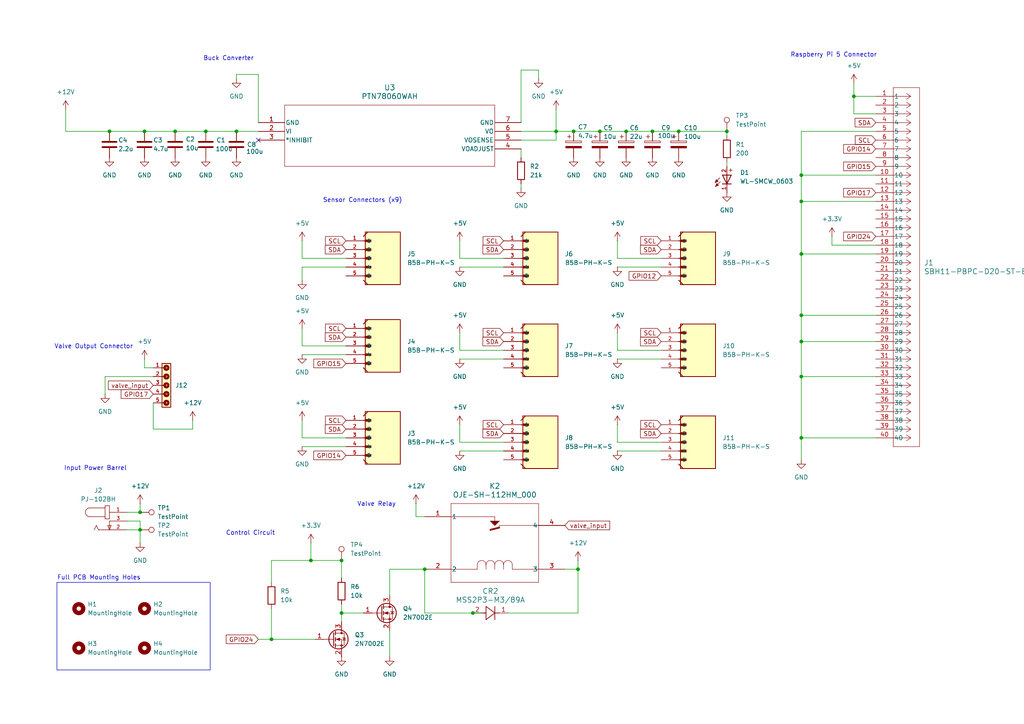
<source format=kicad_sch>
(kicad_sch (version 20231120) (generator "eeschema") (generator_version "8.0")
  (paper "A4")
  (lib_symbols
    (symbol "Connector:TestPoint" (pin_numbers hide) (pin_names (offset 0.762) hide)
      (property "Reference" "TP" (at 0 6.858 0))
      (property "Value" "TestPoint" (at 0 5.08 0))
      (symbol "TestPoint_1_1"
        (pin passive line (at 0 0 90) (length 2.54) (name "1") (number "1"))
      )
    )
    (symbol "Device:C" (pin_numbers hide) (pin_names (offset 0.254))
      (property "Reference" "C" (at 0.635 2.54 0))
      (property "Value" "C" (at 0.635 -2.54 0))
      (symbol "C_1_1"
        (pin passive line (at 0 3.81 270) (length 2.794) (name "~") (number "1"))
        (pin passive line (at 0 -3.81 90) (length 2.794) (name "~") (number "2"))
      )
    )
    (symbol "Device:C_Polarized" (pin_numbers hide) (pin_names (offset 0.254))
      (property "Reference" "C" (at 0.635 2.54 0))
      (property "Value" "C_Polarized" (at 0.635 -2.54 0))
      (symbol "C_Polarized_1_1"
        (pin passive line (at 0 3.81 270) (length 2.794) (name "~") (number "1"))
        (pin passive line (at 0 -3.81 90) (length 2.794) (name "~") (number "2"))
      )
    )
    (symbol "Device:R" (pin_numbers hide) (pin_names (offset 0))
      (property "Reference" "R" (at 2.032 0 90))
      (property "Value" "R" (at 0 0 90))
      (symbol "R_1_1"
        (pin passive line (at 0 3.81 270) (length 1.27) (name "~") (number "1"))
        (pin passive line (at 0 -3.81 90) (length 1.27) (name "~") (number "2"))
      )
    )
    (symbol "Mechanical:MountingHole" (pin_names (offset 1.016)) (exclude_from_sim yes) (in_bom no)
      (property "Reference" "H" (at 0 5.08 0))
      (property "Value" "MountingHole" (at 0 3.175 0))
    )
    (symbol "Transistor_FET:2N7002E" (pin_names hide)
      (property "Reference" "Q" (at 5.08 1.905 0))
      (property "Value" "2N7002E" (at 5.08 0 0))
      (symbol "2N7002E_1_1"
        (pin input line (at -5.08 0 0) (length 2.54) (name "G") (number "1"))
        (pin passive line (at 2.54 -5.08 90) (length 2.54) (name "S") (number "2"))
        (pin passive line (at 2.54 5.08 270) (length 2.54) (name "D") (number "3"))
      )
    )
    (symbol "lysimeter_symbols:6130XX11121_61300511121" (pin_names (offset 1.016))
      (property "Reference" "J" (at -7.62 -1.778 0))
      (symbol "6130XX11121_61300511121_0_0"
        (pin passive line (at -5.08 -5.08 90) (length 2.54) (name "~") (number "1"))
        (pin passive line (at -2.54 -5.08 90) (length 2.54) (name "~") (number "2"))
        (pin passive line (at 0 -5.08 90) (length 2.54) (name "~") (number "3"))
        (pin passive line (at 2.54 -5.08 90) (length 2.54) (name "~") (number "4"))
        (pin passive line (at 5.08 -5.08 90) (length 2.54) (name "~") (number "5"))
      )
    )
    (symbol "lysimeter_symbols:B5B-PH-K-S" (pin_names (offset 1.016))
      (property "Reference" "J" (at -5.58 7.62 0))
      (property "Value" "B5B-PH-K-S" (at -5.08 -10.16 0))
      (symbol "B5B-PH-K-S_0_0"
        (pin passive line (at -10.16 5.08 0) (length 5.08) (name "1") (number "1"))
        (pin passive line (at -10.16 2.54 0) (length 5.08) (name "2") (number "2"))
        (pin passive line (at -10.16 0 0) (length 5.08) (name "3") (number "3"))
        (pin passive line (at -10.16 -2.54 0) (length 5.08) (name "4") (number "4"))
        (pin passive line (at -10.16 -5.08 0) (length 5.08) (name "5") (number "5"))
      )
    )
    (symbol "lysimeter_symbols:MSS2P3-M3_89A" (pin_names (offset 0.254))
      (property "Reference" "CR" (at 5.08 4.445 0))
      (property "Value" "MSS2P3-M3/89A" (at 5.08 -3.81 0))
      (symbol "MSS2P3-M3_89A_1_1"
        (pin unspecified line (at 10.16 0 180) (length 2.54) (name "") (number "1"))
        (pin unspecified line (at 0 0 0) (length 2.54) (name "") (number "2"))
      )
      (symbol "MSS2P3-M3_89A_1_2"
        (pin unspecified line (at 0 10.16 270) (length 2.54) (name "") (number "1"))
        (pin unspecified line (at 0 0 90) (length 2.54) (name "") (number "2"))
      )
    )
    (symbol "lysimeter_symbols:OJE-SH-112HM_000" (pin_names (offset 0.254))
      (property "Reference" "K" (at 20.32 8.89 0))
      (property "Value" "OJE-SH-112HM_000" (at 20.32 6.35 0))
      (symbol "OJE-SH-112HM_000_0_1"
        (pin unspecified line (at 0 0 0) (length 7.62) (name "1") (number "1"))
        (pin unspecified line (at 0 -15.24 0) (length 7.62) (name "2") (number "2"))
        (pin unspecified line (at 40.64 -15.24 180) (length 7.62) (name "3") (number "3"))
        (pin unspecified line (at 40.64 -2.54 180) (length 7.62) (name "4") (number "4"))
      )
    )
    (symbol "lysimeter_symbols:PJ-102BH" (pin_names (offset 1.016) hide)
      (property "Reference" "J" (at -7.62 5.08 0))
      (property "Value" "PJ-102BH" (at -7.62 -5.08 0))
      (symbol "PJ-102BH_0_0"
        (pin passive line (at 5.08 2.54 180) (length 5.08) (name "~") (number "1"))
        (pin passive line (at 5.08 -2.54 180) (length 5.08) (name "~") (number "2"))
        (pin passive line (at 5.08 0 180) (length 5.08) (name "~") (number "3"))
      )
    )
    (symbol "lysimeter_symbols:PTN78060WAH" (pin_names (offset 0.254))
      (property "Reference" "U" (at 38.1 10.16 0))
      (property "Value" "PTN78060WAH" (at 38.1 7.62 0))
      (symbol "PTN78060WAH_0_1"
        (pin power_in line (at 0 0 0) (length 7.62) (name "GND") (number "1"))
        (pin input line (at 0 -5.08 0) (length 7.62) (name "*INHIBIT") (number "3"))
        (pin input line (at 76.2 -7.62 180) (length 7.62) (name "VOADJUST") (number "4"))
        (pin input line (at 76.2 -5.08 180) (length 7.62) (name "VOSENSE") (number "5"))
        (pin output line (at 76.2 -2.54 180) (length 7.62) (name "VO") (number "6"))
        (pin power_in line (at 76.2 0 180) (length 7.62) (name "GND") (number "7"))
      )
      (symbol "PTN78060WAH_1_1"
        (pin power_in line (at 0 -2.54 0) (length 7.62) (name "VI") (number "2"))
      )
    )
    (symbol "lysimeter_symbols:SBH11-PBPC-D20-ST-BK" (pin_names (offset 0.254))
      (property "Reference" "J" (at 8.89 6.35 0))
      (property "Value" "SBH11-PBPC-D20-ST-BK" (at 0 0 0))
      (symbol "SBH11-PBPC-D20-ST-BK_1_1"
        (pin unspecified line (at 0 0 0) (length 5.08) (name "1") (number "1"))
        (pin unspecified line (at 0 -22.86 0) (length 5.08) (name "10") (number "10"))
        (pin unspecified line (at 0 -25.4 0) (length 5.08) (name "11") (number "11"))
        (pin unspecified line (at 0 -27.94 0) (length 5.08) (name "12") (number "12"))
        (pin unspecified line (at 0 -30.48 0) (length 5.08) (name "13") (number "13"))
        (pin unspecified line (at 0 -33.02 0) (length 5.08) (name "14") (number "14"))
        (pin unspecified line (at 0 -35.56 0) (length 5.08) (name "15") (number "15"))
        (pin unspecified line (at 0 -38.1 0) (length 5.08) (name "16") (number "16"))
        (pin unspecified line (at 0 -40.64 0) (length 5.08) (name "17") (number "17"))
        (pin unspecified line (at 0 -43.18 0) (length 5.08) (name "18") (number "18"))
        (pin unspecified line (at 0 -45.72 0) (length 5.08) (name "19") (number "19"))
        (pin unspecified line (at 0 -2.54 0) (length 5.08) (name "2") (number "2"))
        (pin unspecified line (at 0 -48.26 0) (length 5.08) (name "20") (number "20"))
        (pin unspecified line (at 0 -50.8 0) (length 5.08) (name "21") (number "21"))
        (pin unspecified line (at 0 -53.34 0) (length 5.08) (name "22") (number "22"))
        (pin unspecified line (at 0 -55.88 0) (length 5.08) (name "23") (number "23"))
        (pin unspecified line (at 0 -58.42 0) (length 5.08) (name "24") (number "24"))
        (pin unspecified line (at 0 -60.96 0) (length 5.08) (name "25") (number "25"))
        (pin unspecified line (at 0 -63.5 0) (length 5.08) (name "26") (number "26"))
        (pin unspecified line (at 0 -66.04 0) (length 5.08) (name "27") (number "27"))
        (pin unspecified line (at 0 -68.58 0) (length 5.08) (name "28") (number "28"))
        (pin unspecified line (at 0 -71.12 0) (length 5.08) (name "29") (number "29"))
        (pin unspecified line (at 0 -5.08 0) (length 5.08) (name "3") (number "3"))
        (pin unspecified line (at 0 -73.66 0) (length 5.08) (name "30") (number "30"))
        (pin unspecified line (at 0 -76.2 0) (length 5.08) (name "31") (number "31"))
        (pin unspecified line (at 0 -78.74 0) (length 5.08) (name "32") (number "32"))
        (pin unspecified line (at 0 -81.28 0) (length 5.08) (name "33") (number "33"))
        (pin unspecified line (at 0 -83.82 0) (length 5.08) (name "34") (number "34"))
        (pin unspecified line (at 0 -86.36 0) (length 5.08) (name "35") (number "35"))
        (pin unspecified line (at 0 -88.9 0) (length 5.08) (name "36") (number "36"))
        (pin unspecified line (at 0 -91.44 0) (length 5.08) (name "37") (number "37"))
        (pin unspecified line (at 0 -93.98 0) (length 5.08) (name "38") (number "38"))
        (pin unspecified line (at 0 -96.52 0) (length 5.08) (name "39") (number "39"))
        (pin unspecified line (at 0 -7.62 0) (length 5.08) (name "4") (number "4"))
        (pin unspecified line (at 0 -99.06 0) (length 5.08) (name "40") (number "40"))
        (pin unspecified line (at 0 -10.16 0) (length 5.08) (name "5") (number "5"))
        (pin unspecified line (at 0 -12.7 0) (length 5.08) (name "6") (number "6"))
        (pin unspecified line (at 0 -15.24 0) (length 5.08) (name "7") (number "7"))
        (pin unspecified line (at 0 -17.78 0) (length 5.08) (name "8") (number "8"))
        (pin unspecified line (at 0 -20.32 0) (length 5.08) (name "9") (number "9"))
      )
      (symbol "SBH11-PBPC-D20-ST-BK_1_2"
        (pin unspecified line (at 0 0 0) (length 5.08) (name "1") (number "1"))
        (pin unspecified line (at 0 -22.86 0) (length 5.08) (name "10") (number "10"))
        (pin unspecified line (at 0 -25.4 0) (length 5.08) (name "11") (number "11"))
        (pin unspecified line (at 0 -27.94 0) (length 5.08) (name "12") (number "12"))
        (pin unspecified line (at 0 -30.48 0) (length 5.08) (name "13") (number "13"))
        (pin unspecified line (at 0 -33.02 0) (length 5.08) (name "14") (number "14"))
        (pin unspecified line (at 0 -35.56 0) (length 5.08) (name "15") (number "15"))
        (pin unspecified line (at 0 -38.1 0) (length 5.08) (name "16") (number "16"))
        (pin unspecified line (at 0 -40.64 0) (length 5.08) (name "17") (number "17"))
        (pin unspecified line (at 0 -43.18 0) (length 5.08) (name "18") (number "18"))
        (pin unspecified line (at 0 -45.72 0) (length 5.08) (name "19") (number "19"))
        (pin unspecified line (at 0 -2.54 0) (length 5.08) (name "2") (number "2"))
        (pin unspecified line (at 0 -48.26 0) (length 5.08) (name "20") (number "20"))
        (pin unspecified line (at 0 -50.8 0) (length 5.08) (name "21") (number "21"))
        (pin unspecified line (at 0 -53.34 0) (length 5.08) (name "22") (number "22"))
        (pin unspecified line (at 0 -55.88 0) (length 5.08) (name "23") (number "23"))
        (pin unspecified line (at 0 -58.42 0) (length 5.08) (name "24") (number "24"))
        (pin unspecified line (at 0 -60.96 0) (length 5.08) (name "25") (number "25"))
        (pin unspecified line (at 0 -63.5 0) (length 5.08) (name "26") (number "26"))
        (pin unspecified line (at 0 -66.04 0) (length 5.08) (name "27") (number "27"))
        (pin unspecified line (at 0 -68.58 0) (length 5.08) (name "28") (number "28"))
        (pin unspecified line (at 0 -71.12 0) (length 5.08) (name "29") (number "29"))
        (pin unspecified line (at 0 -5.08 0) (length 5.08) (name "3") (number "3"))
        (pin unspecified line (at 0 -73.66 0) (length 5.08) (name "30") (number "30"))
        (pin unspecified line (at 0 -76.2 0) (length 5.08) (name "31") (number "31"))
        (pin unspecified line (at 0 -78.74 0) (length 5.08) (name "32") (number "32"))
        (pin unspecified line (at 0 -81.28 0) (length 5.08) (name "33") (number "33"))
        (pin unspecified line (at 0 -83.82 0) (length 5.08) (name "34") (number "34"))
        (pin unspecified line (at 0 -86.36 0) (length 5.08) (name "35") (number "35"))
        (pin unspecified line (at 0 -88.9 0) (length 5.08) (name "36") (number "36"))
        (pin unspecified line (at 0 -91.44 0) (length 5.08) (name "37") (number "37"))
        (pin unspecified line (at 0 -93.98 0) (length 5.08) (name "38") (number "38"))
        (pin unspecified line (at 0 -96.52 0) (length 5.08) (name "39") (number "39"))
        (pin unspecified line (at 0 -7.62 0) (length 5.08) (name "4") (number "4"))
        (pin unspecified line (at 0 -99.06 0) (length 5.08) (name "40") (number "40"))
        (pin unspecified line (at 0 -10.16 0) (length 5.08) (name "5") (number "5"))
        (pin unspecified line (at 0 -12.7 0) (length 5.08) (name "6") (number "6"))
        (pin unspecified line (at 0 -15.24 0) (length 5.08) (name "7") (number "7"))
        (pin unspecified line (at 0 -17.78 0) (length 5.08) (name "8") (number "8"))
        (pin unspecified line (at 0 -20.32 0) (length 5.08) (name "9") (number "9"))
      )
    )
    (symbol "lysimeter_symbols:WL-SMCW_0603" (pin_names (offset 1.016))
      (property "Reference" "D" (at -1.988 3.972 0))
      (property "Value" "WL-SMCW_0603" (at -2.628 -3.928 0))
      (symbol "WL-SMCW_0603_0_0"
        (text "+" (at 3.08 -1.74 0) (effects (font (size 1.27 1.27)) (justify left bottom)))
        (pin passive line (at -2.54 0 0) (length 2.54) (name "~") (number "1"))
        (pin passive line (at 5.08 0 180) (length 2.54) (name "~") (number "2"))
      )
    )
    (symbol "power:+12V" (power) (pin_numbers hide) (pin_names (offset 0) hide)
      (property "Value" "+12V" (at 0 3.556 0))
      (symbol "+12V_1_1"
        (pin power_in line (at 0 0 90) (length 0) (name "~") (number "1"))
      )
    )
    (symbol "power:+3.3V" (power) (pin_numbers hide) (pin_names (offset 0) hide)
      (property "Value" "+3.3V" (at 0 3.556 0))
      (symbol "+3.3V_1_1"
        (pin power_in line (at 0 0 90) (length 0) (name "~") (number "1"))
      )
    )
    (symbol "power:+5V" (power) (pin_numbers hide) (pin_names (offset 0) hide)
      (property "Value" "+5V" (at 0 3.556 0))
      (symbol "+5V_1_1"
        (pin power_in line (at 0 0 90) (length 0) (name "~") (number "1"))
      )
    )
    (symbol "power:GND" (power) (pin_numbers hide) (pin_names (offset 0) hide)
      (property "Value" "GND" (at 0 -3.81 0))
      (symbol "GND_1_1"
        (pin power_in line (at 0 0 270) (length 0) (name "~") (number "1"))
      )
    )
  )
  (junction (at 161.29 38.1))
  (junction (at 232.41 73.66))
  (junction (at 167.64 165.1))
  (junction (at 59.69 38.1))
  (junction (at 181.61 38.1))
  (junction (at 40.64 153.67))
  (junction (at 99.06 162.56))
  (junction (at 232.41 50.8))
  (junction (at 173.99 38.1))
  (junction (at 31.75 38.1))
  (junction (at 232.41 58.42))
  (junction (at 78.74 185.42))
  (junction (at 232.41 99.06))
  (junction (at 99.06 177.8))
  (junction (at 50.8 38.1))
  (junction (at 196.85 38.1))
  (junction (at 166.37 38.1))
  (junction (at 232.41 109.22))
  (junction (at 210.82 38.1))
  (junction (at 90.17 162.56))
  (junction (at 247.65 27.94))
  (junction (at 189.23 38.1))
  (junction (at 232.41 91.44))
  (junction (at 137.16 177.8))
  (junction (at 232.41 127))
  (junction (at 40.64 148.59))
  (junction (at 41.91 38.1))
  (junction (at 68.58 38.1))
  (junction (at 123.19 165.1))
  (no_connect (at 74.93 40.64))
  (wire (pts (xy 147.32 177.8) (xy 167.64 177.8)))
  (wire (pts (xy 36.83 151.13) (xy 40.64 151.13)))
  (wire (pts (xy 19.05 31.75) (xy 19.05 38.1)))
  (wire (pts (xy 41.91 38.1) (xy 50.8 38.1)))
  (wire (pts (xy 78.74 185.42) (xy 91.44 185.42)))
  (wire (pts (xy 191.77 74.93) (xy 179.07 74.93)))
  (wire (pts (xy 19.05 38.1) (xy 31.75 38.1)))
  (wire (pts (xy 30.48 109.22) (xy 30.48 114.3)))
  (wire (pts (xy 87.63 69.85) (xy 87.63 74.93)))
  (wire (pts (xy 254 127) (xy 232.41 127)))
  (wire (pts (xy 74.93 185.42) (xy 78.74 185.42)))
  (wire (pts (xy 151.13 38.1) (xy 161.29 38.1)))
  (wire (pts (xy 161.29 31.75) (xy 161.29 38.1)))
  (wire (pts (xy 113.03 165.1) (xy 123.19 165.1)))
  (wire (pts (xy 151.13 45.72) (xy 151.13 43.18)))
  (wire (pts (xy 78.74 162.56) (xy 90.17 162.56)))
  (wire (pts (xy 87.63 95.25) (xy 87.63 100.33)))
  (wire (pts (xy 232.41 73.66) (xy 254 73.66)))
  (wire (pts (xy 40.64 146.05) (xy 40.64 148.59)))
  (wire (pts (xy 151.13 20.32) (xy 156.21 20.32)))
  (wire (pts (xy 179.07 69.85) (xy 179.07 74.93)))
  (wire (pts (xy 87.63 77.47) (xy 87.63 81.28)))
  (wire (pts (xy 191.77 77.47) (xy 179.07 77.47)))
  (wire (pts (xy 31.75 38.1) (xy 41.91 38.1)))
  (wire (pts (xy 232.41 58.42) (xy 232.41 73.66)))
  (wire (pts (xy 120.65 146.05) (xy 120.65 149.86)))
  (wire (pts (xy 254 71.12) (xy 241.3 71.12)))
  (wire (pts (xy 196.85 38.1) (xy 210.82 38.1)))
  (wire (pts (xy 87.63 121.92) (xy 87.63 127)))
  (wire (pts (xy 59.69 38.1) (xy 68.58 38.1)))
  (wire (pts (xy 74.93 21.59) (xy 68.58 21.59)))
  (wire (pts (xy 44.45 109.22) (xy 30.48 109.22)))
  (wire (pts (xy 100.33 127) (xy 87.63 127)))
  (wire (pts (xy 78.74 168.91) (xy 78.74 162.56)))
  (wire (pts (xy 44.45 106.68) (xy 41.91 106.68)))
  (wire (pts (xy 151.13 35.56) (xy 151.13 20.32)))
  (wire (pts (xy 133.35 69.85) (xy 133.35 74.93)))
  (wire (pts (xy 40.64 153.67) (xy 40.64 157.48)))
  (wire (pts (xy 90.17 162.56) (xy 99.06 162.56)))
  (wire (pts (xy 161.29 38.1) (xy 166.37 38.1)))
  (wire (pts (xy 232.41 109.22) (xy 232.41 127)))
  (wire (pts (xy 40.64 151.13) (xy 40.64 153.67)))
  (wire (pts (xy 146.05 130.81) (xy 133.35 130.81)))
  (wire (pts (xy 99.06 162.56) (xy 99.06 167.64)))
  (wire (pts (xy 99.06 175.26) (xy 99.06 177.8)))
  (wire (pts (xy 166.37 38.1) (xy 173.99 38.1)))
  (wire (pts (xy 167.64 162.56) (xy 167.64 165.1)))
  (wire (pts (xy 146.05 74.93) (xy 133.35 74.93)))
  (wire (pts (xy 44.45 124.46) (xy 55.88 124.46)))
  (wire (pts (xy 146.05 77.47) (xy 133.35 77.47)))
  (wire (pts (xy 232.41 73.66) (xy 232.41 91.44)))
  (wire (pts (xy 100.33 74.93) (xy 87.63 74.93)))
  (wire (pts (xy 191.77 101.6) (xy 179.07 101.6)))
  (wire (pts (xy 50.8 38.1) (xy 59.69 38.1)))
  (wire (pts (xy 100.33 100.33) (xy 87.63 100.33)))
  (wire (pts (xy 99.06 177.8) (xy 99.06 180.34)))
  (wire (pts (xy 247.65 24.13) (xy 247.65 27.94)))
  (wire (pts (xy 232.41 99.06) (xy 232.41 109.22)))
  (wire (pts (xy 36.83 148.59) (xy 40.64 148.59)))
  (wire (pts (xy 232.41 38.1) (xy 232.41 50.8)))
  (wire (pts (xy 44.45 116.84) (xy 44.45 124.46)))
  (wire (pts (xy 133.35 96.52) (xy 133.35 101.6)))
  (wire (pts (xy 90.17 157.48) (xy 90.17 162.56)))
  (wire (pts (xy 123.19 149.86) (xy 120.65 149.86)))
  (wire (pts (xy 247.65 27.94) (xy 247.65 33.02)))
  (wire (pts (xy 189.23 38.1) (xy 196.85 38.1)))
  (wire (pts (xy 41.91 104.14) (xy 41.91 106.68)))
  (wire (pts (xy 241.3 68.58) (xy 241.3 71.12)))
  (wire (pts (xy 113.03 172.72) (xy 113.03 165.1)))
  (wire (pts (xy 68.58 38.1) (xy 74.93 38.1)))
  (wire (pts (xy 191.77 128.27) (xy 179.07 128.27)))
  (wire (pts (xy 133.35 123.19) (xy 133.35 128.27)))
  (wire (pts (xy 123.19 165.1) (xy 123.19 177.8)))
  (wire (pts (xy 247.65 33.02) (xy 254 33.02)))
  (wire (pts (xy 173.99 38.1) (xy 181.61 38.1)))
  (wire (pts (xy 113.03 182.88) (xy 113.03 190.5)))
  (wire (pts (xy 191.77 104.14) (xy 179.07 104.14)))
  (wire (pts (xy 181.61 38.1) (xy 189.23 38.1)))
  (wire (pts (xy 74.93 35.56) (xy 74.93 21.59)))
  (wire (pts (xy 167.64 177.8) (xy 167.64 165.1)))
  (wire (pts (xy 161.29 38.1) (xy 161.29 40.64)))
  (wire (pts (xy 156.21 20.32) (xy 156.21 22.86)))
  (wire (pts (xy 137.16 177.8) (xy 123.19 177.8)))
  (wire (pts (xy 151.13 40.64) (xy 161.29 40.64)))
  (wire (pts (xy 191.77 130.81) (xy 179.07 130.81)))
  (wire (pts (xy 100.33 129.54) (xy 87.63 129.54)))
  (wire (pts (xy 78.74 176.53) (xy 78.74 185.42)))
  (wire (pts (xy 139.7 177.8) (xy 137.16 177.8)))
  (wire (pts (xy 210.82 46.99) (xy 210.82 48.26)))
  (wire (pts (xy 146.05 101.6) (xy 133.35 101.6)))
  (wire (pts (xy 232.41 50.8) (xy 232.41 58.42)))
  (wire (pts (xy 210.82 38.1) (xy 210.82 39.37)))
  (wire (pts (xy 100.33 102.87) (xy 87.63 102.87)))
  (wire (pts (xy 232.41 91.44) (xy 254 91.44)))
  (wire (pts (xy 254 38.1) (xy 232.41 38.1)))
  (wire (pts (xy 179.07 123.19) (xy 179.07 128.27)))
  (wire (pts (xy 232.41 91.44) (xy 232.41 99.06)))
  (wire (pts (xy 163.83 165.1) (xy 167.64 165.1)))
  (wire (pts (xy 36.83 153.67) (xy 40.64 153.67)))
  (wire (pts (xy 146.05 128.27) (xy 133.35 128.27)))
  (wire (pts (xy 146.05 104.14) (xy 133.35 104.14)))
  (wire (pts (xy 99.06 177.8) (xy 105.41 177.8)))
  (wire (pts (xy 232.41 109.22) (xy 254 109.22)))
  (wire (pts (xy 254 27.94) (xy 247.65 27.94)))
  (wire (pts (xy 232.41 58.42) (xy 254 58.42)))
  (wire (pts (xy 68.58 21.59) (xy 68.58 22.86)))
  (wire (pts (xy 151.13 54.61) (xy 151.13 53.34)))
  (wire (pts (xy 55.88 121.92) (xy 55.88 124.46)))
  (wire (pts (xy 179.07 96.52) (xy 179.07 101.6)))
  (wire (pts (xy 100.33 77.47) (xy 87.63 77.47)))
  (wire (pts (xy 232.41 50.8) (xy 254 50.8)))
  (wire (pts (xy 232.41 127) (xy 232.41 133.35)))
  (wire (pts (xy 232.41 99.06) (xy 254 99.06)))
  (rectangle (start 16.51 168.91) (end 60.96 194.31))
  (text "Valve Output Connector" (at 27.178 100.584 0) (effects (font (size 1.27 1.27))))
  (text "Valve Relay" (at 109.22 146.304 0) (effects (font (size 1.27 1.27))))
  (text "Control Circuit" (at 72.644 154.686 0) (effects (font (size 1.27 1.27))))
  (text "Buck Converter" (at 66.294 17.018 0) (effects (font (size 1.27 1.27))))
  (text "Raspberry Pi 5 Connector" (at 241.808 16.002 0) (effects (font (size 1.27 1.27))))
  (text "Full PCB Mounting Holes" (at 28.702 167.64 0) (effects (font (size 1.27 1.27))))
  (text "Input Power Barrel" (at 27.686 135.89 0) (effects (font (size 1.27 1.27))))
  (text "Sensor Connectors (x9)" (at 105.156 58.166 0) (effects (font (size 1.27 1.27))))
  (global_label "SCL" (shape input) (at 100.33 121.92 180) (property "Intersheetrefs" "${INTERSHEET_REFS}" (effects (hide yes))))
  (global_label "GPIO17" (shape input) (at 254 55.88 180) (property "Intersheetrefs" "${INTERSHEET_REFS}" (effects (hide yes))))
  (global_label "SDA" (shape input) (at 100.33 97.79 180) (property "Intersheetrefs" "${INTERSHEET_REFS}" (effects (hide yes))))
  (global_label "valve_input" (shape input) (at 163.83 152.4 0) (property "Intersheetrefs" "${INTERSHEET_REFS}" (effects (hide yes))))
  (global_label "SCL" (shape input) (at 146.05 123.19 180) (property "Intersheetrefs" "${INTERSHEET_REFS}" (effects (hide yes))))
  (global_label "GPIO24" (shape input) (at 74.93 185.42 180) (property "Intersheetrefs" "${INTERSHEET_REFS}" (effects (hide yes))))
  (global_label "SCL" (shape input) (at 100.33 69.85 180) (property "Intersheetrefs" "${INTERSHEET_REFS}" (effects (hide yes))))
  (global_label "SCL" (shape input) (at 100.33 95.25 180) (property "Intersheetrefs" "${INTERSHEET_REFS}" (effects (hide yes))))
  (global_label "GPIO17" (shape input) (at 44.45 114.3 180) (property "Intersheetrefs" "${INTERSHEET_REFS}" (effects (hide yes))))
  (global_label "SDA" (shape input) (at 254 35.56 180) (property "Intersheetrefs" "${INTERSHEET_REFS}" (effects (hide yes))))
  (global_label "SCL" (shape input) (at 146.05 96.52 180) (property "Intersheetrefs" "${INTERSHEET_REFS}" (effects (hide yes))))
  (global_label "GPIO15" (shape input) (at 254 48.26 180) (property "Intersheetrefs" "${INTERSHEET_REFS}" (effects (hide yes))))
  (global_label "SCL" (shape input) (at 146.05 69.85 180) (property "Intersheetrefs" "${INTERSHEET_REFS}" (effects (hide yes))))
  (global_label "SCL" (shape input) (at 191.77 69.85 180) (property "Intersheetrefs" "${INTERSHEET_REFS}" (effects (hide yes))))
  (global_label "SDA" (shape input) (at 100.33 124.46 180) (property "Intersheetrefs" "${INTERSHEET_REFS}" (effects (hide yes))))
  (global_label "GPIO24" (shape input) (at 254 68.58 180) (property "Intersheetrefs" "${INTERSHEET_REFS}" (effects (hide yes))))
  (global_label "SDA" (shape input) (at 191.77 125.73 180) (property "Intersheetrefs" "${INTERSHEET_REFS}" (effects (hide yes))))
  (global_label "valve_input" (shape input) (at 44.45 111.76 180) (property "Intersheetrefs" "${INTERSHEET_REFS}" (effects (hide yes))))
  (global_label "SDA" (shape input) (at 146.05 72.39 180) (property "Intersheetrefs" "${INTERSHEET_REFS}" (effects (hide yes))))
  (global_label "SDA" (shape input) (at 100.33 72.39 180) (property "Intersheetrefs" "${INTERSHEET_REFS}" (effects (hide yes))))
  (global_label "SDA" (shape input) (at 191.77 72.39 180) (property "Intersheetrefs" "${INTERSHEET_REFS}" (effects (hide yes))))
  (global_label "SCL" (shape input) (at 191.77 123.19 180) (property "Intersheetrefs" "${INTERSHEET_REFS}" (effects (hide yes))))
  (global_label "SDA" (shape input) (at 146.05 99.06 180) (property "Intersheetrefs" "${INTERSHEET_REFS}" (effects (hide yes))))
  (global_label "SCL" (shape input) (at 191.77 96.52 180) (property "Intersheetrefs" "${INTERSHEET_REFS}" (effects (hide yes))))
  (global_label "GPIO14" (shape input) (at 254 43.18 180) (property "Intersheetrefs" "${INTERSHEET_REFS}" (effects (hide yes))))
  (global_label "GPIO14" (shape input) (at 100.33 132.08 180) (property "Intersheetrefs" "${INTERSHEET_REFS}" (effects (hide yes))))
  (global_label "SDA" (shape input) (at 146.05 125.73 180) (property "Intersheetrefs" "${INTERSHEET_REFS}" (effects (hide yes))))
  (global_label "GPIO12" (shape input) (at 191.77 80.01 180) (property "Intersheetrefs" "${INTERSHEET_REFS}" (effects (hide yes))))
  (global_label "SDA" (shape input) (at 191.77 99.06 180) (property "Intersheetrefs" "${INTERSHEET_REFS}" (effects (hide yes))))
  (global_label "SCL" (shape input) (at 254 40.64 180) (property "Intersheetrefs" "${INTERSHEET_REFS}" (effects (hide yes))))
  (global_label "GPIO15" (shape input) (at 100.33 105.41 180) (property "Intersheetrefs" "${INTERSHEET_REFS}" (effects (hide yes))))
  (symbol (lib_id "lysimeter_symbols:B5B-PH-K-S") (at 201.93 74.93 0) (unit 1)
    (property "Reference" "J9" (at 209.55 73.6599 0) (effects (justify left)))
    (property "Value" "B5B-PH-K-S" (at 209.55 76.1999 0) (effects (justify left)))
    (property "Footprint" "lysimeter_footprints:CONN_B5B-XH-A_JST" (effects (hide yes)))
    (property "MANUFACTURER" "JST" (effects (hide yes)))
  )
  (symbol (lib_id "power:GND") (at 40.64 157.48 0) (unit 1)
    (property "Reference" "#PWR04" (effects (hide yes)))
    (property "Value" "GND" (at 40.64 162.56 0))
    (property "Description" "Power symbol creates a global label with name \"GND\" , ground" (effects (hide yes)))
  )
  (symbol (lib_id "Device:C") (at 31.75 41.91 0) (unit 1)
    (property "Reference" "C4" (at 34.29 40.6399 0) (effects (justify left)))
    (property "Value" "2.2u" (at 34.29 43.1799 0) (effects (justify left)))
    (property "Footprint" "Capacitor_SMD:C_0603_1608Metric_Pad1.08x0.95mm_HandSolder" (effects (hide yes)))
    (property "Description" "Unpolarized capacitor" (effects (hide yes)))
    (property "LCSC" "C1607" (effects (hide yes)))
  )
  (symbol (lib_id "lysimeter_symbols:B5B-PH-K-S") (at 156.21 74.93 0) (unit 1)
    (property "Reference" "J6" (at 163.83 73.6599 0) (effects (justify left)))
    (property "Value" "B5B-PH-K-S" (at 163.83 76.1999 0) (effects (justify left)))
    (property "Footprint" "lysimeter_footprints:CONN_B5B-XH-A_JST" (effects (hide yes)))
    (property "MANUFACTURER" "JST" (effects (hide yes)))
  )
  (symbol (lib_id "power:+5V") (at 87.63 69.85 0) (unit 1)
    (property "Reference" "#PWR017" (effects (hide yes)))
    (property "Value" "+5V" (at 87.63 64.77 0))
    (property "Description" "Power symbol creates a global label with name \"+5V\"" (effects (hide yes)))
  )
  (symbol (lib_id "power:GND") (at 156.21 22.86 0) (unit 1)
    (property "Reference" "#PWR039" (effects (hide yes)))
    (property "Value" "GND" (at 156.21 27.94 0))
    (property "Description" "Power symbol creates a global label with name \"GND\" , ground" (effects (hide yes)))
  )
  (symbol (lib_id "Device:C_Polarized") (at 181.61 41.91 0) (unit 1)
    (property "Reference" "C6" (at 182.626 37.084 0) (effects (justify left)))
    (property "Value" "22u" (at 182.626 39.624 0) (effects (justify left)))
    (property "Footprint" "Capacitor_SMD:C_0603_1608Metric_Pad1.08x0.95mm_HandSolder" (effects (hide yes)))
    (property "Description" "Polarized capacitor" (effects (hide yes)))
    (property "LCSC" "C15500" (effects (hide yes)))
  )
  (symbol (lib_id "power:GND") (at 133.35 130.81 0) (unit 1)
    (property "Reference" "#PWR028" (effects (hide yes)))
    (property "Value" "GND" (at 133.35 135.89 0))
    (property "Description" "Power symbol creates a global label with name \"GND\" , ground" (effects (hide yes)))
  )
  (symbol (lib_id "Mechanical:MountingHole") (at 22.86 187.96 0) (unit 1) (exclude_from_sim yes) (in_bom no)
    (property "Reference" "H3" (at 25.4 186.6899 0) (effects (justify left)))
    (property "Value" "MountingHole" (at 25.4 189.2299 0) (effects (justify left)))
    (property "Footprint" "MountingHole:MountingHole_2.7mm_Pad" (effects (hide yes)))
    (property "Description" "Mounting Hole without connection" (effects (hide yes)))
  )
  (symbol (lib_id "power:+12V") (at 19.05 31.75 0) (unit 1)
    (property "Reference" "#PWR016" (effects (hide yes)))
    (property "Value" "+12V" (at 19.05 26.67 0))
    (property "Description" "Power symbol creates a global label with name \"+12V\"" (effects (hide yes)))
  )
  (symbol (lib_id "power:GND") (at 189.23 45.72 0) (unit 1)
    (property "Reference" "#PWR043" (effects (hide yes)))
    (property "Value" "GND" (at 189.23 50.8 0))
    (property "Description" "Power symbol creates a global label with name \"GND\" , ground" (effects (hide yes)))
  )
  (symbol (lib_id "power:+12V") (at 55.88 121.92 0) (unit 1)
    (property "Reference" "#PWR09" (effects (hide yes)))
    (property "Value" "+12V" (at 55.88 116.84 0))
    (property "Description" "Power symbol creates a global label with name \"+12V\"" (effects (hide yes)))
  )
  (symbol (lib_id "Device:C") (at 41.91 41.91 0) (unit 1)
    (property "Reference" "C3" (at 44.45 40.6399 0) (effects (justify left)))
    (property "Value" "4.7u" (at 44.45 43.1799 0) (effects (justify left)))
    (property "Footprint" "Capacitor_SMD:C_0603_1608Metric_Pad1.08x0.95mm_HandSolder" (effects (hide yes)))
    (property "Description" "Unpolarized capacitor" (effects (hide yes)))
    (property "LCSC" "C1705" (effects (hide yes)))
  )
  (symbol (lib_id "Device:C_Polarized") (at 189.23 41.91 0) (unit 1)
    (property "Reference" "C9" (at 191.77 37.084 0) (effects (justify left)))
    (property "Value" "100u" (at 190.754 39.37 0) (effects (justify left)))
    (property "Footprint" "Capacitor_SMD:C_1206_3216Metric" (effects (hide yes)))
    (property "Description" "Polarized capacitor" (effects (hide yes)))
    (property "LCSC" "15008" (effects (hide yes)))
  )
  (symbol (lib_id "power:+3.3V") (at 241.3 68.58 0) (unit 1)
    (property "Reference" "#PWR02" (effects (hide yes)))
    (property "Value" "+3.3V" (at 241.3 63.5 0))
    (property "Description" "Power symbol creates a global label with name \"+3.3V\"" (effects (hide yes)))
  )
  (symbol (lib_id "Transistor_FET:2N7002E") (at 96.52 185.42 0) (unit 1)
    (property "Reference" "Q3" (at 102.87 184.1499 0) (effects (justify left)))
    (property "Value" "2N7002E" (at 102.87 186.6899 0) (effects (justify left)))
    (property "Footprint" "lysimeter_footprints:SOT23_PAN-L" (effects (hide yes)))
    (property "Datasheet" "http://www.diodes.com/assets/Datasheets/ds30376.pdf" (effects (hide yes)))
    (property "Description" "0.24A Id, 60V Vds, N-Channel MOSFET, SOT-23" (effects (hide yes)))
    (property "LCSC" "C350312" (effects (hide yes)))
  )
  (symbol (lib_id "power:+5V") (at 133.35 123.19 0) (unit 1)
    (property "Reference" "#PWR027" (effects (hide yes)))
    (property "Value" "+5V" (at 133.35 118.11 0))
    (property "Description" "Power symbol creates a global label with name \"+5V\"" (effects (hide yes)))
  )
  (symbol (lib_id "power:GND") (at 133.35 77.47 0) (unit 1)
    (property "Reference" "#PWR024" (effects (hide yes)))
    (property "Value" "GND" (at 133.35 82.55 0))
    (property "Description" "Power symbol creates a global label with name \"GND\" , ground" (effects (hide yes)))
  )
  (symbol (lib_id "power:GND") (at 173.99 45.72 0) (unit 1)
    (property "Reference" "#PWR041" (effects (hide yes)))
    (property "Value" "GND" (at 173.99 50.8 0))
    (property "Description" "Power symbol creates a global label with name \"GND\" , ground" (effects (hide yes)))
  )
  (symbol (lib_id "Device:C") (at 68.58 41.91 0) (unit 1)
    (property "Reference" "C8" (at 71.628 41.91 0) (effects (justify left)))
    (property "Value" "100u" (at 71.374 43.942 0) (effects (justify left)))
    (property "Footprint" "Capacitor_SMD:C_1206_3216Metric" (effects (hide yes)))
    (property "Description" "Unpolarized capacitor" (effects (hide yes)))
    (property "LCSC" "15008" (effects (hide yes)))
  )
  (symbol (lib_id "Connector:TestPoint") (at 99.06 162.56 0) (unit 1)
    (property "Reference" "TP4" (at 101.6 157.9879 0) (effects (justify left)))
    (property "Value" "TestPoint" (at 101.6 160.5279 0) (effects (justify left)))
    (property "Footprint" "TestPoint:TestPoint_Pad_D1.5mm" (effects (hide yes)))
    (property "Description" "test point" (effects (hide yes)))
  )
  (symbol (lib_id "Device:C_Polarized") (at 173.99 41.91 0) (unit 1)
    (property "Reference" "C5" (at 175.006 37.084 0) (effects (justify left)))
    (property "Value" "10u" (at 175.006 39.624 0) (effects (justify left)))
    (property "Footprint" "Capacitor_SMD:C_0603_1608Metric_Pad1.08x0.95mm_HandSolder" (effects (hide yes)))
    (property "Description" "Polarized capacitor" (effects (hide yes)))
    (property "LCSC" "C1691" (effects (hide yes)))
  )
  (symbol (lib_id "power:GND") (at 30.48 114.3 0) (unit 1)
    (property "Reference" "#PWR07" (effects (hide yes)))
    (property "Value" "GND" (at 30.48 119.38 0))
    (property "Description" "Power symbol creates a global label with name \"GND\" , ground" (effects (hide yes)))
  )
  (symbol (lib_id "power:GND") (at 210.82 55.88 0) (unit 1)
    (property "Reference" "#PWR01" (effects (hide yes)))
    (property "Value" "GND" (at 210.82 60.96 0))
    (property "Description" "Power symbol creates a global label with name \"GND\" , ground" (effects (hide yes)))
  )
  (symbol (lib_id "lysimeter_symbols:B5B-PH-K-S") (at 201.93 101.6 0) (unit 1)
    (property "Reference" "J10" (at 209.55 100.3299 0) (effects (justify left)))
    (property "Value" "B5B-PH-K-S" (at 209.55 102.8699 0) (effects (justify left)))
    (property "Footprint" "lysimeter_footprints:CONN_B5B-XH-A_JST" (effects (hide yes)))
    (property "MANUFACTURER" "JST" (effects (hide yes)))
  )
  (symbol (lib_id "Connector:TestPoint") (at 210.82 38.1 0) (unit 1)
    (property "Reference" "TP3" (at 213.36 33.5279 0) (effects (justify left)))
    (property "Value" "TestPoint" (at 213.36 36.0679 0) (effects (justify left)))
    (property "Footprint" "TestPoint:TestPoint_Pad_D1.5mm" (effects (hide yes)))
    (property "Description" "test point" (effects (hide yes)))
  )
  (symbol (lib_id "power:GND") (at 31.75 45.72 0) (unit 1)
    (property "Reference" "#PWR038" (effects (hide yes)))
    (property "Value" "GND" (at 31.75 50.8 0))
    (property "Description" "Power symbol creates a global label with name \"GND\" , ground" (effects (hide yes)))
  )
  (symbol (lib_id "Device:C_Polarized") (at 166.37 41.91 0) (unit 1)
    (property "Reference" "C7" (at 167.64 36.83 0) (effects (justify left)))
    (property "Value" "4.7u" (at 167.64 39.37 0) (effects (justify left)))
    (property "Footprint" "Capacitor_SMD:C_0603_1608Metric_Pad1.08x0.95mm_HandSolder" (effects (hide yes)))
    (property "Description" "Polarized capacitor" (effects (hide yes)))
    (property "LCSC" "C1705" (effects (hide yes)))
  )
  (symbol (lib_id "power:+12V") (at 167.64 162.56 0) (unit 1)
    (property "Reference" "#PWR053" (effects (hide yes)))
    (property "Value" "+12V" (at 167.64 157.48 0))
    (property "Description" "Power symbol creates a global label with name \"+12V\"" (effects (hide yes)))
  )
  (symbol (lib_id "power:+5V") (at 41.91 104.14 0) (unit 1)
    (property "Reference" "#PWR08" (effects (hide yes)))
    (property "Value" "+5V" (at 41.91 99.06 0))
    (property "Description" "Power symbol creates a global label with name \"+5V\"" (effects (hide yes)))
  )
  (symbol (lib_id "lysimeter_symbols:SBH11-PBPC-D20-ST-BK") (at 254 27.94 0) (unit 1)
    (property "Reference" "J1" (at 267.97 76.1999 0) (effects (font (size 1.524 1.524)) (justify left)))
    (property "Value" "SBH11-PBPC-D20-ST-BK" (at 267.97 78.7399 0) (effects (font (size 1.524 1.524)) (justify left)))
    (property "Footprint" "CONN40_SBH11-PBPC-D20-ST-BK_SUL" (effects (hide yes)))
    (property "Datasheet" "SBH11-PBPC-D20-ST-BK" (effects (hide yes)))
  )
  (symbol (lib_id "Mechanical:MountingHole") (at 41.91 187.96 0) (unit 1) (exclude_from_sim yes) (in_bom no)
    (property "Reference" "H4" (at 44.45 186.6899 0) (effects (justify left)))
    (property "Value" "MountingHole" (at 44.45 189.2299 0) (effects (justify left)))
    (property "Footprint" "MountingHole:MountingHole_2.7mm_Pad" (effects (hide yes)))
    (property "Description" "Mounting Hole without connection" (effects (hide yes)))
  )
  (symbol (lib_id "power:+12V") (at 40.64 146.05 0) (unit 1)
    (property "Reference" "#PWR03" (effects (hide yes)))
    (property "Value" "+12V" (at 40.64 140.97 0))
    (property "Description" "Power symbol creates a global label with name \"+12V\"" (effects (hide yes)))
  )
  (symbol (lib_id "lysimeter_symbols:B5B-PH-K-S") (at 110.49 127 0) (unit 1)
    (property "Reference" "J3" (at 118.11 125.7299 0) (effects (justify left)))
    (property "Value" "B5B-PH-K-S" (at 118.11 128.2699 0) (effects (justify left)))
    (property "Footprint" "lysimeter_footprints:CONN_B5B-XH-A_JST" (effects (hide yes)))
    (property "MANUFACTURER" "JST" (effects (hide yes)))
  )
  (symbol (lib_id "lysimeter_symbols:B5B-PH-K-S") (at 156.21 101.6 0) (unit 1)
    (property "Reference" "J7" (at 163.83 100.3299 0) (effects (justify left)))
    (property "Value" "B5B-PH-K-S" (at 163.83 102.8699 0) (effects (justify left)))
    (property "Footprint" "lysimeter_footprints:CONN_B5B-XH-A_JST" (effects (hide yes)))
    (property "MANUFACTURER" "JST" (effects (hide yes)))
  )
  (symbol (lib_id "power:+5V") (at 161.29 31.75 0) (unit 1)
    (property "Reference" "#PWR014" (effects (hide yes)))
    (property "Value" "+5V" (at 161.29 26.67 0))
    (property "Description" "Power symbol creates a global label with name \"+5V\"" (effects (hide yes)))
  )
  (symbol (lib_id "Device:R") (at 210.82 43.18 0) (unit 1)
    (property "Reference" "R1" (at 213.36 41.9099 0) (effects (justify left)))
    (property "Value" "200" (at 213.36 44.4499 0) (effects (justify left)))
    (property "Footprint" "Resistor_SMD:R_0603_1608Metric_Pad0.98x0.95mm_HandSolder" (effects (hide yes)))
    (property "Description" "Resistor" (effects (hide yes)))
    (property "LCSC" "C8218" (effects (hide yes)))
  )
  (symbol (lib_id "power:GND") (at 41.91 45.72 0) (unit 1)
    (property "Reference" "#PWR037" (effects (hide yes)))
    (property "Value" "GND" (at 41.91 50.8 0))
    (property "Description" "Power symbol creates a global label with name \"GND\" , ground" (effects (hide yes)))
  )
  (symbol (lib_id "power:+5V") (at 133.35 96.52 0) (unit 1)
    (property "Reference" "#PWR025" (effects (hide yes)))
    (property "Value" "+5V" (at 133.35 91.44 0))
    (property "Description" "Power symbol creates a global label with name \"+5V\"" (effects (hide yes)))
  )
  (symbol (lib_id "power:GND") (at 181.61 45.72 0) (unit 1)
    (property "Reference" "#PWR042" (effects (hide yes)))
    (property "Value" "GND" (at 181.61 50.8 0))
    (property "Description" "Power symbol creates a global label with name \"GND\" , ground" (effects (hide yes)))
  )
  (symbol (lib_id "power:+12V") (at 120.65 146.05 0) (unit 1)
    (property "Reference" "#PWR052" (effects (hide yes)))
    (property "Value" "+12V" (at 120.65 140.97 0))
    (property "Description" "Power symbol creates a global label with name \"+12V\"" (effects (hide yes)))
  )
  (symbol (lib_id "power:+5V") (at 87.63 95.25 0) (unit 1)
    (property "Reference" "#PWR019" (effects (hide yes)))
    (property "Value" "+5V" (at 87.63 90.17 0))
    (property "Description" "Power symbol creates a global label with name \"+5V\"" (effects (hide yes)))
  )
  (symbol (lib_id "Mechanical:MountingHole") (at 22.86 176.53 0) (unit 1) (exclude_from_sim yes) (in_bom no)
    (property "Reference" "H1" (at 25.4 175.2599 0) (effects (justify left)))
    (property "Value" "MountingHole" (at 25.4 177.7999 0) (effects (justify left)))
    (property "Footprint" "MountingHole:MountingHole_2.7mm_Pad" (effects (hide yes)))
    (property "Description" "Mounting Hole without connection" (effects (hide yes)))
  )
  (symbol (lib_id "lysimeter_symbols:B5B-PH-K-S") (at 156.21 128.27 0) (unit 1)
    (property "Reference" "J8" (at 163.83 126.9999 0) (effects (justify left)))
    (property "Value" "B5B-PH-K-S" (at 163.83 129.5399 0) (effects (justify left)))
    (property "Footprint" "lysimeter_footprints:CONN_B5B-XH-A_JST" (effects (hide yes)))
    (property "MANUFACTURER" "JST" (effects (hide yes)))
  )
  (symbol (lib_id "Device:R") (at 78.74 172.72 0) (unit 1)
    (property "Reference" "R5" (at 81.28 171.4499 0) (effects (justify left)))
    (property "Value" "10k" (at 81.28 173.9899 0) (effects (justify left)))
    (property "Footprint" "Resistor_SMD:R_0603_1608Metric_Pad0.98x0.95mm_HandSolder" (effects (hide yes)))
    (property "Description" "Resistor" (effects (hide yes)))
    (property "LCSC" "C25804" (effects (hide yes)))
  )
  (symbol (lib_id "power:GND") (at 87.63 129.54 0) (unit 1)
    (property "Reference" "#PWR022" (effects (hide yes)))
    (property "Value" "GND" (at 87.63 134.62 0))
    (property "Description" "Power symbol creates a global label with name \"GND\" , ground" (effects (hide yes)))
  )
  (symbol (lib_id "lysimeter_symbols:B5B-PH-K-S") (at 201.93 128.27 0) (unit 1)
    (property "Reference" "J11" (at 209.55 126.9999 0) (effects (justify left)))
    (property "Value" "B5B-PH-K-S" (at 209.55 129.5399 0) (effects (justify left)))
    (property "Footprint" "lysimeter_footprints:CONN_B5B-XH-A_JST" (effects (hide yes)))
    (property "MANUFACTURER" "JST" (effects (hide yes)))
  )
  (symbol (lib_id "Device:C_Polarized") (at 196.85 41.91 0) (unit 1)
    (property "Reference" "C10" (at 198.374 37.084 0) (effects (justify left)))
    (property "Value" "100u" (at 198.374 39.624 0) (effects (justify left)))
    (property "Footprint" "Capacitor_SMD:C_1206_3216Metric" (effects (hide yes)))
    (property "Description" "Polarized capacitor" (effects (hide yes)))
    (property "LCSC" "15008" (effects (hide yes)))
  )
  (symbol (lib_id "power:+5V") (at 133.35 69.85 0) (unit 1)
    (property "Reference" "#PWR023" (effects (hide yes)))
    (property "Value" "+5V" (at 133.35 64.77 0))
    (property "Description" "Power symbol creates a global label with name \"+5V\"" (effects (hide yes)))
  )
  (symbol (lib_id "power:+5V") (at 179.07 123.19 0) (unit 1)
    (property "Reference" "#PWR033" (effects (hide yes)))
    (property "Value" "+5V" (at 179.07 118.11 0))
    (property "Description" "Power symbol creates a global label with name \"+5V\"" (effects (hide yes)))
  )
  (symbol (lib_id "power:GND") (at 87.63 102.87 0) (unit 1)
    (property "Reference" "#PWR020" (effects (hide yes)))
    (property "Value" "GND" (at 87.63 107.95 0))
    (property "Description" "Power symbol creates a global label with name \"GND\" , ground" (effects (hide yes)))
  )
  (symbol (lib_id "power:+5V") (at 179.07 69.85 0) (unit 1)
    (property "Reference" "#PWR029" (effects (hide yes)))
    (property "Value" "+5V" (at 179.07 64.77 0))
    (property "Description" "Power symbol creates a global label with name \"+5V\"" (effects (hide yes)))
  )
  (symbol (lib_id "Mechanical:MountingHole") (at 41.91 176.53 0) (unit 1) (exclude_from_sim yes) (in_bom no)
    (property "Reference" "H2" (at 44.45 175.2599 0) (effects (justify left)))
    (property "Value" "MountingHole" (at 44.45 177.7999 0) (effects (justify left)))
    (property "Footprint" "MountingHole:MountingHole_2.7mm_Pad" (effects (hide yes)))
    (property "Description" "Mounting Hole without connection" (effects (hide yes)))
  )
  (symbol (lib_id "power:+3.3V") (at 90.17 157.48 0) (unit 1)
    (property "Reference" "#PWR049" (effects (hide yes)))
    (property "Value" "+3.3V" (at 90.17 152.4 0))
    (property "Description" "Power symbol creates a global label with name \"+3.3V\"" (effects (hide yes)))
  )
  (symbol (lib_id "power:+5V") (at 247.65 24.13 0) (unit 1)
    (property "Reference" "#PWR010" (effects (hide yes)))
    (property "Value" "+5V" (at 247.65 19.05 0))
    (property "Description" "Power symbol creates a global label with name \"+5V\"" (effects (hide yes)))
  )
  (symbol (lib_id "power:+5V") (at 179.07 96.52 0) (unit 1)
    (property "Reference" "#PWR031" (effects (hide yes)))
    (property "Value" "+5V" (at 179.07 91.44 0))
    (property "Description" "Power symbol creates a global label with name \"+5V\"" (effects (hide yes)))
  )
  (symbol (lib_id "power:GND") (at 68.58 22.86 0) (unit 1)
    (property "Reference" "#PWR012" (effects (hide yes)))
    (property "Value" "GND" (at 68.58 27.94 0))
    (property "Description" "Power symbol creates a global label with name \"GND\" , ground" (effects (hide yes)))
  )
  (symbol (lib_id "lysimeter_symbols:PJ-102BH") (at 31.75 151.13 0) (unit 1)
    (property "Reference" "J2" (at 28.5115 142.24 0))
    (property "Value" "PJ-102BH" (at 28.5115 144.78 0))
    (property "Footprint" "CUI_PJ-102BH" (effects (hide yes)))
    (property "STANDARD" "Manufacturer recommendations" (effects (hide yes)))
    (property "PART_REV" "1.02" (effects (hide yes)))
    (property "MANUFACTURER" "CUI INC" (effects (hide yes)))
  )
  (symbol (lib_id "power:GND") (at 50.8 45.72 0) (unit 1)
    (property "Reference" "#PWR036" (effects (hide yes)))
    (property "Value" "GND" (at 50.8 50.8 0))
    (property "Description" "Power symbol creates a global label with name \"GND\" , ground" (effects (hide yes)))
  )
  (symbol (lib_id "lysimeter_symbols:PTN78060WAH") (at 74.93 35.56 0) (unit 1)
    (property "Reference" "U3" (at 113.03 25.4 0) (effects (font (size 1.524 1.524))))
    (property "Value" "PTN78060WAH" (at 113.03 27.94 0) (effects (font (size 1.524 1.524))))
    (property "Footprint" "lysimeter_footprints:EUW7-buck" (effects (hide yes)))
    (property "Datasheet" "PTN78060WAH" (effects (hide yes)))
  )
  (symbol (lib_id "power:GND") (at 196.85 45.72 0) (unit 1)
    (property "Reference" "#PWR044" (effects (hide yes)))
    (property "Value" "GND" (at 196.85 50.8 0))
    (property "Description" "Power symbol creates a global label with name \"GND\" , ground" (effects (hide yes)))
  )
  (symbol (lib_id "power:GND") (at 151.13 54.61 0) (unit 1)
    (property "Reference" "#PWR013" (effects (hide yes)))
    (property "Value" "GND" (at 151.13 59.69 0))
    (property "Description" "Power symbol creates a global label with name \"GND\" , ground" (effects (hide yes)))
  )
  (symbol (lib_id "lysimeter_symbols:MSS2P3-M3_89A") (at 137.16 177.8 0) (unit 1)
    (property "Reference" "CR2" (at 142.24 171.45 0) (effects (font (size 1.524 1.524))))
    (property "Value" "MSS2P3-M3/89A" (at 142.24 173.99 0) (effects (font (size 1.524 1.524))))
    (property "Footprint" "lysimeter_footprints:DIODE_MSP3V3-L" (effects (hide yes)))
    (property "Datasheet" "MSS2P3-M3/89A" (effects (hide yes)))
    (property "LCSC" "C466984" (effects (hide yes)))
  )
  (symbol (lib_id "power:GND") (at 87.63 81.28 0) (unit 1)
    (property "Reference" "#PWR018" (effects (hide yes)))
    (property "Value" "GND" (at 87.63 86.36 0))
    (property "Description" "Power symbol creates a global label with name \"GND\" , ground" (effects (hide yes)))
  )
  (symbol (lib_id "power:GND") (at 99.06 190.5 0) (unit 1)
    (property "Reference" "#PWR050" (effects (hide yes)))
    (property "Value" "GND" (at 99.06 195.58 0))
    (property "Description" "Power symbol creates a global label with name \"GND\" , ground" (effects (hide yes)))
  )
  (symbol (lib_id "Device:R") (at 99.06 171.45 0) (unit 1)
    (property "Reference" "R6" (at 101.6 170.1799 0) (effects (justify left)))
    (property "Value" "10k" (at 101.6 172.7199 0) (effects (justify left)))
    (property "Footprint" "Resistor_SMD:R_0603_1608Metric_Pad0.98x0.95mm_HandSolder" (effects (hide yes)))
    (property "Description" "Resistor" (effects (hide yes)))
    (property "LCSC" "C25804" (effects (hide yes)))
  )
  (symbol (lib_id "power:GND") (at 179.07 104.14 0) (unit 1)
    (property "Reference" "#PWR032" (effects (hide yes)))
    (property "Value" "GND" (at 179.07 109.22 0))
    (property "Description" "Power symbol creates a global label with name \"GND\" , ground" (effects (hide yes)))
  )
  (symbol (lib_id "power:GND") (at 113.03 190.5 0) (unit 1)
    (property "Reference" "#PWR051" (effects (hide yes)))
    (property "Value" "GND" (at 113.03 195.58 0))
    (property "Description" "Power symbol creates a global label with name \"GND\" , ground" (effects (hide yes)))
  )
  (symbol (lib_id "Device:R") (at 151.13 49.53 0) (unit 1)
    (property "Reference" "R2" (at 153.67 48.2599 0) (effects (justify left)))
    (property "Value" "21k" (at 153.67 50.7999 0) (effects (justify left)))
    (property "Footprint" "Resistor_SMD:R_0603_1608Metric" (effects (hide yes)))
    (property "Description" "Resistor" (effects (hide yes)))
    (property "LCSC" "C22956" (effects (hide yes)))
  )
  (symbol (lib_id "lysimeter_symbols:OJE-SH-112HM_000") (at 123.19 149.86 0) (unit 1)
    (property "Reference" "K2" (at 143.51 140.97 0) (effects (font (size 1.524 1.524))))
    (property "Value" "OJE-SH-112HM_000" (at 143.51 143.51 0) (effects (font (size 1.524 1.524))))
    (property "Footprint" "lysimeter_footprints:RELAY4_112HM-000_TEC" (effects (hide yes)))
    (property "Datasheet" "OJE-SH-112HM_000" (effects (hide yes)))
  )
  (symbol (lib_id "power:GND") (at 68.58 45.72 0) (unit 1)
    (property "Reference" "#PWR015" (effects (hide yes)))
    (property "Value" "GND" (at 68.58 50.8 0))
    (property "Description" "Power symbol creates a global label with name \"GND\" , ground" (effects (hide yes)))
  )
  (symbol (lib_id "lysimeter_symbols:B5B-PH-K-S") (at 110.49 100.33 0) (unit 1)
    (property "Reference" "J4" (at 118.11 99.0599 0) (effects (justify left)))
    (property "Value" "B5B-PH-K-S" (at 118.11 101.5999 0) (effects (justify left)))
    (property "Footprint" "lysimeter_footprints:CONN_B5B-XH-A_JST" (effects (hide yes)))
    (property "MANUFACTURER" "JST" (effects (hide yes)))
  )
  (symbol (lib_id "power:+5V") (at 87.63 121.92 0) (unit 1)
    (property "Reference" "#PWR021" (effects (hide yes)))
    (property "Value" "+5V" (at 87.63 116.84 0))
    (property "Description" "Power symbol creates a global label with name \"+5V\"" (effects (hide yes)))
  )
  (symbol (lib_id "Device:C") (at 50.8 41.91 0) (unit 1)
    (property "Reference" "C2" (at 53.848 40.386 0) (effects (justify left)))
    (property "Value" "10u" (at 53.848 42.926 0) (effects (justify left)))
    (property "Footprint" "Capacitor_SMD:C_0603_1608Metric_Pad1.08x0.95mm_HandSolder" (effects (hide yes)))
    (property "Description" "Unpolarized capacitor" (effects (hide yes)))
    (property "LCSC" "C1691" (effects (hide yes)))
  )
  (symbol (lib_id "Device:C") (at 59.69 41.91 0) (unit 1)
    (property "Reference" "C1" (at 62.738 40.6399 0) (effects (justify left)))
    (property "Value" "100u" (at 62.484 43.18 0) (effects (justify left)))
    (property "Footprint" "Capacitor_SMD:C_1206_3216Metric" (effects (hide yes)))
    (property "Description" "Unpolarized capacitor" (effects (hide yes)))
    (property "LCSC" "150008" (effects (hide yes)))
  )
  (symbol (lib_id "power:GND") (at 179.07 130.81 0) (unit 1)
    (property "Reference" "#PWR034" (effects (hide yes)))
    (property "Value" "GND" (at 179.07 135.89 0))
    (property "Description" "Power symbol creates a global label with name \"GND\" , ground" (effects (hide yes)))
  )
  (symbol (lib_id "power:GND") (at 133.35 104.14 0) (unit 1)
    (property "Reference" "#PWR026" (effects (hide yes)))
    (property "Value" "GND" (at 133.35 109.22 0))
    (property "Description" "Power symbol creates a global label with name \"GND\" , ground" (effects (hide yes)))
  )
  (symbol (lib_id "power:GND") (at 166.37 45.72 0) (unit 1)
    (property "Reference" "#PWR040" (effects (hide yes)))
    (property "Value" "GND" (at 166.37 50.8 0))
    (property "Description" "Power symbol creates a global label with name \"GND\" , ground" (effects (hide yes)))
  )
  (symbol (lib_id "Connector:TestPoint") (at 40.64 153.67 270) (unit 1)
    (property "Reference" "TP2" (at 45.72 152.3999 90) (effects (justify left)))
    (property "Value" "TestPoint" (at 45.72 154.9399 90) (effects (justify left)))
    (property "Footprint" "TestPoint:TestPoint_Pad_D1.5mm" (effects (hide yes)))
    (property "Description" "test point" (effects (hide yes)))
  )
  (symbol (lib_id "lysimeter_symbols:WL-SMCW_0603") (at 210.82 53.34 90) (unit 1)
    (property "Reference" "D1" (at 214.63 50.0516 90) (effects (justify right)))
    (property "Value" "WL-SMCW_0603" (at 214.63 52.5916 90) (effects (justify right)))
    (property "Footprint" "lysimeter_footprints:WL-SMCW_0603-led" (effects (hide yes)))
    (property "LCSC" "C2286" (effects (hide yes)))
  )
  (symbol (lib_id "lysimeter_symbols:6130XX11121_61300511121") (at 49.53 111.76 270) (unit 1)
    (property "Reference" "J12" (at 50.8 111.7599 90) (effects (justify left)))
    (property "Value" "61300511121" (effects (hide yes)))
    (property "Footprint" "lysimeter_footprints:61300511121-5pin" (effects (hide yes)))
    (property "ROWS" "Single" (effects (hide yes)))
    (property "GENDER" "Pin Header" (effects (hide yes)))
    (property "MOUNT" "THT" (effects (hide yes)))
    (property "IR" "3A" (effects (hide yes)))
    (property "PACKAGING" "Bag" (effects (hide yes)))
    (property "PART-NUMBER" "61300511121" (effects (hide yes)))
    (property "DATASHEET-URL" "https://www.we-online.com/redexpert/spec/61300511121?ae" (effects (hide yes)))
    (property "PITCH" "2.54mm" (effects (hide yes)))
    (property "PINS" "5" (effects (hide yes)))
    (property "TYPE" "Straight" (effects (hide yes)))
  )
  (symbol (lib_id "power:GND") (at 232.41 133.35 0) (unit 1)
    (property "Reference" "#PWR011" (effects (hide yes)))
    (property "Value" "GND" (at 232.41 138.43 0))
    (property "Description" "Power symbol creates a global label with name \"GND\" , ground" (effects (hide yes)))
  )
  (symbol (lib_id "Transistor_FET:2N7002E") (at 110.49 177.8 0) (unit 1)
    (property "Reference" "Q4" (at 116.84 176.5299 0) (effects (justify left)))
    (property "Value" "2N7002E" (at 116.84 179.0699 0) (effects (justify left)))
    (property "Footprint" "lysimeter_footprints:SOT23_PAN-L" (effects (hide yes)))
    (property "Datasheet" "http://www.diodes.com/assets/Datasheets/ds30376.pdf" (effects (hide yes)))
    (property "Description" "0.24A Id, 60V Vds, N-Channel MOSFET, SOT-23" (effects (hide yes)))
    (property "LCSC" "C350312" (effects (hide yes)))
  )
  (symbol (lib_id "lysimeter_symbols:B5B-PH-K-S") (at 110.49 74.93 0) (unit 1)
    (property "Reference" "J5" (at 118.11 73.6599 0) (effects (justify left)))
    (property "Value" "B5B-PH-K-S" (at 118.11 76.1999 0) (effects (justify left)))
    (property "Footprint" "lysimeter_footprints:CONN_B5B-XH-A_JST" (effects (hide yes)))
    (property "MANUFACTURER" "JST" (effects (hide yes)))
  )
  (symbol (lib_id "power:GND") (at 179.07 77.47 0) (unit 1)
    (property "Reference" "#PWR030" (effects (hide yes)))
    (property "Value" "GND" (at 179.07 82.55 0))
    (property "Description" "Power symbol creates a global label with name \"GND\" , ground" (effects (hide yes)))
  )
  (symbol (lib_id "power:GND") (at 59.69 45.72 0) (unit 1)
    (property "Reference" "#PWR035" (effects (hide yes)))
    (property "Value" "GND" (at 59.69 50.8 0))
    (property "Description" "Power symbol creates a global label with name \"GND\" , ground" (effects (hide yes)))
  )
  (symbol (lib_id "Connector:TestPoint") (at 40.64 148.59 270) (unit 1)
    (property "Reference" "TP1" (at 45.72 147.3199 90) (effects (justify left)))
    (property "Value" "TestPoint" (at 45.72 149.8599 90) (effects (justify left)))
    (property "Footprint" "TestPoint:TestPoint_Pad_D1.5mm" (effects (hide yes)))
    (property "Description" "test point" (effects (hide yes)))
  )
)
</source>
